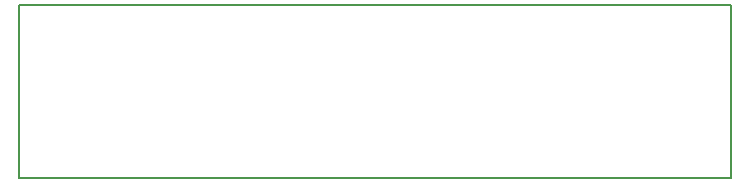
<source format=gm1>
G04 #@! TF.GenerationSoftware,KiCad,Pcbnew,8.0.5*
G04 #@! TF.CreationDate,2024-09-27T12:19:15-07:00*
G04 #@! TF.ProjectId,RocketServo,526f636b-6574-4536-9572-766f2e6b6963,B*
G04 #@! TF.SameCoordinates,Original*
G04 #@! TF.FileFunction,Profile,NP*
%FSLAX46Y46*%
G04 Gerber Fmt 4.6, Leading zero omitted, Abs format (unit mm)*
G04 Created by KiCad (PCBNEW 8.0.5) date 2024-09-27 12:19:15*
%MOMM*%
%LPD*%
G01*
G04 APERTURE LIST*
G04 #@! TA.AperFunction,Profile*
%ADD10C,0.150000*%
G04 #@! TD*
G04 APERTURE END LIST*
D10*
X92075000Y-81280000D02*
X152400000Y-81280000D01*
X152400000Y-95885000D01*
X92075000Y-95885000D01*
X92075000Y-81280000D01*
M02*

</source>
